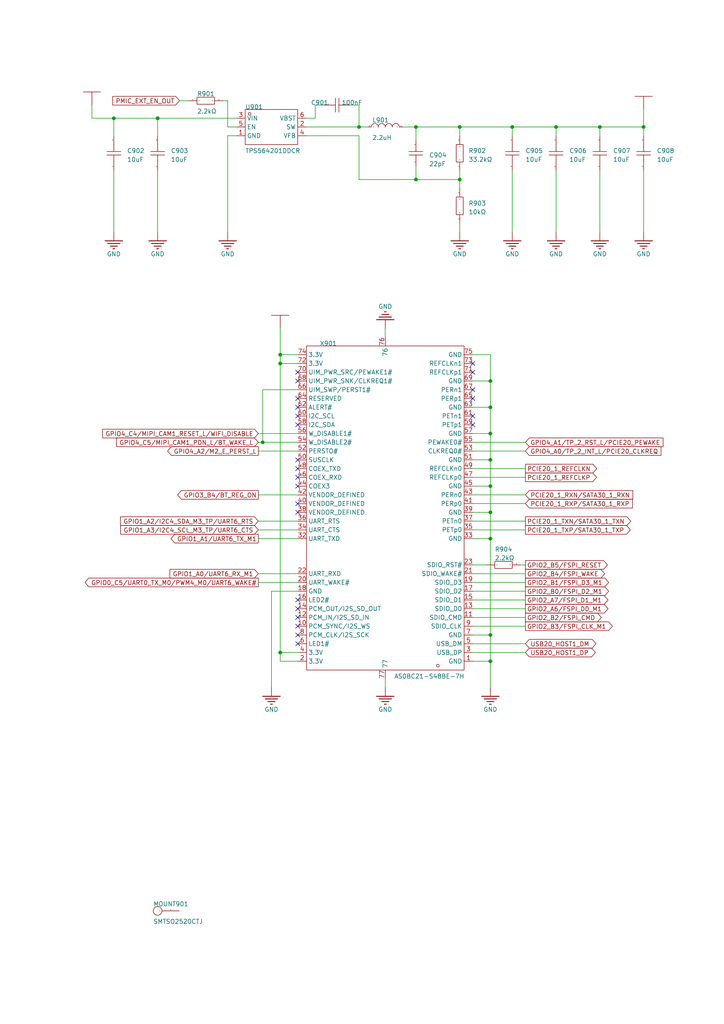
<source format=kicad_sch>
(kicad_sch (version 20250114) (generator "eeschema") (generator_version "9.0")
  (paper "A4" portrait)
  (lib_symbols
    (symbol "mainboard:0402B104K250NT"
      (property "Reference" "C" (at 0 0 0))
      (symbol "0402B104K250NT_1_0"
        (polyline (pts (xy -1.27 0) (xy -0.508 0)))
        (polyline (pts (xy -0.508 2.032) (xy -0.508 -2.032)))
        (polyline (pts (xy 0.508 2.032) (xy 0.508 -2.032)))
        (polyline (pts (xy 0.508 0) (xy 1.27 0)))
        (pin input line (at -3.81 0 0) (length 2.54) (name "1") (number "1"))
        (pin input line (at 3.81 0 180) (length 2.54) (name "2") (number "2"))
      )
    )
    (symbol "mainboard:0402CG220J500NT"
      (property "Reference" "C" (at 0 0 0))
      (symbol "0402CG220J500NT_1_0"
        (polyline (pts (xy -1.27 0) (xy -0.508 0)))
        (polyline (pts (xy -0.508 2.032) (xy -0.508 -2.032)))
        (polyline (pts (xy 0.508 2.032) (xy 0.508 -2.032)))
        (polyline (pts (xy 0.508 0) (xy 1.27 0)))
        (pin input line (at -3.81 0 0) (length 2.54) (name "1") (number "1"))
        (pin input line (at 3.81 0 180) (length 2.54) (name "2") (number "2"))
      )
    )
    (symbol "mainboard:0402WGF3322TCE"
      (property "Reference" "R" (at 0 0 0))
      (symbol "0402WGF3322TCE_1_0"
        (rectangle (start -2.54 -1.016) (end 2.54 1.016))
        (pin input line (at -5.08 0 0) (length 2.54) (name "1") (number "1"))
        (pin input line (at 5.08 0 180) (length 2.54) (name "2") (number "2"))
      )
    )
    (symbol "mainboard:AS0BC21-S48BE-7H"
      (symbol "AS0BC21-S48BE-7H_1_0"
        (rectangle (start -22.86 48.26) (end 22.86 -45.72))
        (circle (center 15.24 -44.45) (radius 0.381))
        (pin unspecified line (at -25.4 45.72 0) (length 2.54) (name "3.3V") (number "74"))
        (pin unspecified line (at -25.4 43.18 0) (length 2.54) (name "3.3V") (number "72"))
        (pin unspecified line (at -25.4 40.64 0) (length 2.54) (name "UIM_PWR_SRC/PEWAKE1#") (number "70"))
        (pin unspecified line (at -25.4 38.1 0) (length 2.54) (name "UIM_PWR_SNK/CLKREQ1#") (number "68"))
        (pin unspecified line (at -25.4 35.56 0) (length 2.54) (name "UIM_SWP/PERST1#") (number "66"))
        (pin unspecified line (at -25.4 33.02 0) (length 2.54) (name "RESERVED") (number "64"))
        (pin unspecified line (at -25.4 30.48 0) (length 2.54) (name "ALERT#") (number "62"))
        (pin unspecified line (at -25.4 27.94 0) (length 2.54) (name "I2C_SCL") (number "60"))
        (pin unspecified line (at -25.4 25.4 0) (length 2.54) (name "I2C_SDA") (number "58"))
        (pin unspecified line (at -25.4 22.86 0) (length 2.54) (name "W_DISABLE1#") (number "56"))
        (pin unspecified line (at -25.4 20.32 0) (length 2.54) (name "W_DISABLE2#") (number "54"))
        (pin unspecified line (at -25.4 17.78 0) (length 2.54) (name "PERSTO#") (number "52"))
        (pin unspecified line (at -25.4 15.2146 0) (length 2.54) (name "SUSCLK") (number "50"))
        (pin unspecified line (at -25.4 12.6746 0) (length 2.54) (name "COEX_TXD") (number "48"))
        (pin unspecified line (at -25.4 10.1346 0) (length 2.54) (name "COEX_RXD") (number "46"))
        (pin unspecified line (at -25.4 7.5946 0) (length 2.54) (name "COEX3") (number "44"))
        (pin unspecified line (at -25.4 5.0546 0) (length 2.54) (name "VENDOR_DEFINED") (number "42"))
        (pin unspecified line (at -25.4 2.5146 0) (length 2.54) (name "VENDOR_DEFINED") (number "40"))
        (pin unspecified line (at -25.4 0 0) (length 2.54) (name "VENDOR_DEFINED") (number "38"))
        (pin unspecified line (at -25.4 -2.54 0) (length 2.54) (name "UART_RTS") (number "36"))
        (pin unspecified line (at -25.4 -5.08 0) (length 2.54) (name "UART_CTS") (number "34"))
        (pin unspecified line (at -25.4 -7.62 0) (length 2.54) (name "UART_TXD") (number "32"))
        (pin unspecified line (at -25.4 -17.78 0) (length 2.54) (name "UART_RXD") (number "22"))
        (pin unspecified line (at -25.4 -20.32 0) (length 2.54) (name "UART_WAKE#") (number "20"))
        (pin unspecified line (at -25.4 -22.86 0) (length 2.54) (name "GND") (number "18"))
        (pin unspecified line (at -25.4 -25.4 0) (length 2.54) (name "LED2#") (number "16"))
        (pin unspecified line (at -25.4 -27.94 0) (length 2.54) (name "PCM_OUT/I2S_SD_OUT") (number "14"))
        (pin unspecified line (at -25.4 -30.48 0) (length 2.54) (name "PCM_IN/I2S_SD_IN") (number "12"))
        (pin unspecified line (at -25.4 -33.02 0) (length 2.54) (name "PCM_SYNC/I2S_WS") (number "10"))
        (pin unspecified line (at -25.4 -35.56 0) (length 2.54) (name "PCM_CLK/I2S_SCK") (number "8"))
        (pin unspecified line (at -25.3746 -38.1 0) (length 2.54) (name "LED1#") (number "6"))
        (pin unspecified line (at -25.3746 -40.64 0) (length 2.54) (name "3.3V") (number "4"))
        (pin unspecified line (at -25.3746 -43.18 0) (length 2.54) (name "3.3V") (number "2"))
        (pin unspecified line (at 0 50.8 270) (length 2.54) (name "76") (number "76"))
        (pin unspecified line (at 0 -48.26 90) (length 2.54) (name "77") (number "77"))
        (pin unspecified line (at 25.3746 45.72 180) (length 2.54) (name "GND") (number "75"))
        (pin unspecified line (at 25.3746 43.18 180) (length 2.54) (name "REFCLKn1") (number "73"))
        (pin unspecified line (at 25.3746 40.64 180) (length 2.54) (name "REFCLKp1") (number "71"))
        (pin unspecified line (at 25.3746 38.1 180) (length 2.54) (name "GND") (number "69"))
        (pin unspecified line (at 25.3746 35.56 180) (length 2.54) (name "PERn1") (number "67"))
        (pin unspecified line (at 25.3746 33.02 180) (length 2.54) (name "PERp1") (number "65"))
        (pin unspecified line (at 25.3746 30.48 180) (length 2.54) (name "GND") (number "63"))
        (pin unspecified line (at 25.3746 27.94 180) (length 2.54) (name "PETn1") (number "61"))
        (pin unspecified line (at 25.3746 25.4 180) (length 2.54) (name "PETp1") (number "59"))
        (pin unspecified line (at 25.3746 22.86 180) (length 2.54) (name "GND") (number "57"))
        (pin unspecified line (at 25.3746 20.32 180) (length 2.54) (name "PEWAKE0#") (number "55"))
        (pin unspecified line (at 25.3746 17.78 180) (length 2.54) (name "CLKREQ0#") (number "53"))
        (pin unspecified line (at 25.3746 15.24 180) (length 2.54) (name "GND") (number "51"))
        (pin unspecified line (at 25.3746 12.7 180) (length 2.54) (name "REFCLKn0") (number "49"))
        (pin unspecified line (at 25.3746 10.16 180) (length 2.54) (name "REFCLKp0") (number "47"))
        (pin unspecified line (at 25.3746 7.62 180) (length 2.54) (name "GND") (number "45"))
        (pin unspecified line (at 25.3746 5.08 180) (length 2.54) (name "PERn0") (number "43"))
        (pin unspecified line (at 25.3746 2.54 180) (length 2.54) (name "PERp0") (number "41"))
        (pin unspecified line (at 25.3746 0 180) (length 2.54) (name "GND") (number "39"))
        (pin unspecified line (at 25.3746 -2.5146 180) (length 2.54) (name "PETn0") (number "37"))
        (pin unspecified line (at 25.3746 -5.0546 180) (length 2.54) (name "PETp0") (number "35"))
        (pin unspecified line (at 25.3746 -7.5946 180) (length 2.54) (name "GND") (number "33"))
        (pin unspecified line (at 25.3746 -15.2146 180) (length 2.54) (name "SDIO_RST#") (number "23"))
        (pin unspecified line (at 25.3746 -17.78 180) (length 2.54) (name "SDIO_WAKE#") (number "21"))
        (pin unspecified line (at 25.3746 -20.32 180) (length 2.54) (name "SDIO_D3") (number "19"))
        (pin unspecified line (at 25.3746 -22.86 180) (length 2.54) (name "SDIO_D2") (number "17"))
        (pin unspecified line (at 25.3746 -25.4 180) (length 2.54) (name "SDIO_D1") (number "15"))
        (pin unspecified line (at 25.3746 -27.94 180) (length 2.54) (name "SDIO_D0") (number "13"))
        (pin unspecified line (at 25.3746 -30.48 180) (length 2.54) (name "SDIO_CMD") (number "11"))
        (pin unspecified line (at 25.3746 -33.02 180) (length 2.54) (name "SDIO_CLK") (number "9"))
        (pin unspecified line (at 25.3746 -35.56 180) (length 2.54) (name "GND") (number "7"))
        (pin unspecified line (at 25.4 -38.1 180) (length 2.54) (name "USB_DM") (number "5"))
        (pin unspecified line (at 25.4 -40.64 180) (length 2.54) (name "USB_DP") (number "3"))
        (pin unspecified line (at 25.4 -43.18 180) (length 2.54) (name "GND") (number "1"))
      )
    )
    (symbol "mainboard:CL10A106MA8NRNC"
      (property "Reference" "C" (at 0 0 0))
      (symbol "CL10A106MA8NRNC_1_0"
        (polyline (pts (xy -0.508 0) (xy -2.54 0)))
        (polyline (pts (xy -0.508 -2.032) (xy -0.508 2.032)))
        (polyline (pts (xy 0.508 2.032) (xy 0.508 -2.032)))
        (polyline (pts (xy 2.54 0) (xy 0.508 0)))
        (pin input line (at -5.08 0 0) (length 2.54) (name "1") (number "1"))
        (pin input line (at 5.08 0 180) (length 2.54) (name "2") (number "2"))
      )
    )
    (symbol "mainboard:FTC322512S2R2MBCD"
      (property "Reference" "L" (at 0 0 0))
      (symbol "FTC322512S2R2MBCD_1_0"
        (arc (start -4.064 0) (mid -3.0226 1.016) (end -2.032 0))
        (arc (start -2.032 0) (mid -0.9906 1.016) (end 0 0))
        (arc (start 0 0) (mid 1.016 1.016) (end 2.032 0))
        (arc (start 2.032 0) (mid 3.048 1.016) (end 4.064 0))
        (pin unspecified line (at -5.08 0 0) (length 1.016) (name "1") (number "1"))
        (pin unspecified line (at 5.08 0 180) (length 1.016) (name "2") (number "2"))
      )
    )
    (symbol "mainboard:Ground-GND" (power) (pin_numbers (hide yes)) (pin_names (hide yes))
      (property "Value" "GND" (at 0 -6.35 0))
      (symbol "Ground-GND_1_0"
        (polyline (pts (xy -2.54 -2.54) (xy 2.54 -2.54)) (stroke (width 0.254)))
        (polyline (pts (xy -1.778 -3.302) (xy 1.778 -3.302)) (stroke (width 0.254)))
        (polyline (pts (xy -1.016 -4.064) (xy 1.016 -4.064)) (stroke (width 0.254)))
        (polyline (pts (xy -0.254 -4.826) (xy 0.254 -4.826)) (stroke (width 0.254)))
        (pin power_in line (at 0 0 270) (length 2.54) (name "") (number "1"))
      )
    )
    (symbol "mainboard:Power-5V" (power) (pin_numbers (hide yes)) (pin_names (hide yes))
      (symbol "Power-5V_1_0"
        (polyline (pts (xy -2.54 3.81) (xy 2.54 3.81)))
        (polyline (pts (xy 0 3.81) (xy 0 1.27)))
        (pin power_in line (at 0 0 90) (length 1.27) (name "+3.3V_WIFI") (number "1"))
      )
    )
    (symbol "mainboard:RC0402FR-0710KL"
      (property "Reference" "R" (at 0 0 0))
      (symbol "RC0402FR-0710KL_1_0"
        (rectangle (start -2.54 -1.016) (end 2.54 1.016))
        (pin input line (at -5.08 0 0) (length 2.54) (name "1") (number "1"))
        (pin input line (at 5.08 0 180) (length 2.54) (name "2") (number "2"))
      )
    )
    (symbol "mainboard:RC0402FR-072K2L"
      (property "Reference" "R" (at 0 0 0))
      (symbol "RC0402FR-072K2L_1_0"
        (rectangle (start -2.54 -1.016) (end 2.54 1.016))
        (pin input line (at -5.08 0 0) (length 2.54) (name "1") (number "1"))
        (pin input line (at 5.08 0 180) (length 2.54) (name "2") (number "2"))
      )
    )
    (symbol "mainboard:SMTSO2520CTJ"
      (property "Reference" "U" (at 0 0 0))
      (symbol "SMTSO2520CTJ_1_0"
        (circle (center 0 0) (radius 1.27))
        (pin input line (at 6.35 0 180) (length 5.08) (name "1") (number "1"))
      )
    )
    (symbol "mainboard:TPS564201DDCR"
      (symbol "TPS564201DDCR_1_0"
        (rectangle (start -7.62 -5.08) (end 7.62 5.08))
        (circle (center -6.35 3.81) (radius 0.381))
        (pin unspecified line (at -10.16 2.54 0) (length 2.54) (name "VIN") (number "3"))
        (pin unspecified line (at -10.16 0 0) (length 2.54) (name "EN") (number "5"))
        (pin unspecified line (at -10.16 -2.54 0) (length 2.54) (name "GND") (number "1"))
        (pin unspecified line (at 10.16 2.54 180) (length 2.54) (name "VBST") (number "6"))
        (pin unspecified line (at 10.16 0 180) (length 2.54) (name "SW") (number "2"))
        (pin unspecified line (at 10.16 -2.54 180) (length 2.54) (name "VFB") (number "4"))
      )
    )
  )
  (junction (at 142.24 156.21))
  (junction (at 142.24 118.11))
  (junction (at 133.35 52.07))
  (junction (at 81.28 102.87))
  (junction (at 142.24 184.15))
  (junction (at 173.99 36.83))
  (junction (at 142.24 148.59))
  (junction (at 120.65 52.07))
  (junction (at 104.14 36.83))
  (junction (at 133.35 36.83))
  (junction (at 186.69 36.83))
  (junction (at 148.59 36.83))
  (junction (at 142.24 125.73))
  (junction (at 33.02 34.29))
  (junction (at 142.24 191.77))
  (junction (at 142.24 133.35))
  (junction (at 142.24 110.49))
  (junction (at 120.65 36.83))
  (junction (at 81.28 189.23))
  (junction (at 81.28 105.41))
  (junction (at 76.2 128.27))
  (junction (at 161.29 36.83))
  (junction (at 45.72 34.29))
  (junction (at 142.24 140.97))
  (no_connect (at 86.36 110.49))
  (no_connect (at 86.36 115.57))
  (no_connect (at 86.36 107.95))
  (no_connect (at 137.1346 120.65))
  (no_connect (at 86.36 176.53))
  (no_connect (at 86.36 140.9954))
  (no_connect (at 137.1346 115.57))
  (no_connect (at 86.36 146.0754))
  (no_connect (at 86.36 173.99))
  (no_connect (at 86.36 120.65))
  (no_connect (at 137.1346 113.03))
  (no_connect (at 86.36 138.4554))
  (no_connect (at 86.36 118.11))
  (no_connect (at 86.36 179.07))
  (no_connect (at 86.36 181.61))
  (no_connect (at 137.1346 107.95))
  (no_connect (at 86.36 148.59))
  (no_connect (at 86.36 135.9154))
  (no_connect (at 86.36 123.19))
  (no_connect (at 137.1346 105.41))
  (no_connect (at 86.36 184.15))
  (no_connect (at 86.3854 186.69))
  (no_connect (at 137.1346 123.19))
  (no_connect (at 86.36 133.3754))
  (wire (pts (xy 152.4 179.07) (xy 137.16 179.07)))
  (wire (pts (xy 148.59 36.83) (xy 133.35 36.83)))
  (wire (pts (xy 66.04 29.21) (xy 66.04 36.83)))
  (wire (pts (xy 152.4 173.99) (xy 137.16 173.99)))
  (wire (pts (xy 142.24 140.97) (xy 137.1346 140.97)))
  (wire (pts (xy 74.93 130.81) (xy 86.3346 130.81)))
  (wire (pts (xy 74.93 156.21) (xy 86.36 156.21)))
  (wire (pts (xy 111.76 196.85) (xy 111.76 199.39)))
  (wire (pts (xy 142.24 191.77) (xy 142.24 184.15)))
  (wire (pts (xy 152.4 176.53) (xy 137.16 176.53)))
  (wire (pts (xy 86.3346 128.27) (xy 76.2 128.27)))
  (wire (pts (xy 148.59 67.31) (xy 148.59 49.53)))
  (wire (pts (xy 81.28 189.23) (xy 81.28 191.77)))
  (wire (pts (xy 186.69 36.83) (xy 186.69 39.37)))
  (wire (pts (xy 142.24 125.73) (xy 142.24 118.11)))
  (wire (pts (xy 81.28 102.87) (xy 81.28 105.41)))
  (wire (pts (xy 74.93 151.13) (xy 86.36 151.13)))
  (wire (pts (xy 173.99 36.83) (xy 186.69 36.83)))
  (wire (pts (xy 86.3346 105.41) (xy 81.28 105.41)))
  (wire (pts (xy 74.93 153.67) (xy 86.36 153.67)))
  (wire (pts (xy 161.29 36.83) (xy 161.29 39.37)))
  (wire (pts (xy 74.93 125.73) (xy 86.36 125.73)))
  (wire (pts (xy 152.4 163.83) (xy 151.13 163.83)))
  (wire (pts (xy 76.2 128.27) (xy 76.2 113.03)))
  (wire (pts (xy 45.72 34.29) (xy 45.72 39.37)))
  (wire (pts (xy 74.93 168.91) (xy 86.36 168.91)))
  (wire (pts (xy 152.4 151.13) (xy 137.16 151.13)))
  (wire (pts (xy 148.59 36.83) (xy 148.59 39.37)))
  (wire (pts (xy 142.24 184.15) (xy 142.24 156.21)))
  (wire (pts (xy 133.35 36.83) (xy 133.35 39.37)))
  (wire (pts (xy 74.93 166.37) (xy 86.36 166.37)))
  (wire (pts (xy 33.02 34.29) (xy 26.67 34.29)))
  (wire (pts (xy 152.4 130.81) (xy 137.1346 130.81)))
  (wire (pts (xy 88.9 36.83) (xy 104.14 36.83)))
  (wire (pts (xy 152.4 171.45) (xy 137.16 171.45)))
  (wire (pts (xy 152.4 143.51) (xy 137.1346 143.51)))
  (wire (pts (xy 68.58 39.37) (xy 66.04 39.37)))
  (wire (pts (xy 120.65 52.07) (xy 104.14 52.07)))
  (wire (pts (xy 66.04 29.21) (xy 64.77 29.21)))
  (wire (pts (xy 152.4 166.37) (xy 137.16 166.37)))
  (wire (pts (xy 142.24 156.21) (xy 142.24 148.59)))
  (wire (pts (xy 74.93 143.51) (xy 86.3346 143.51)))
  (wire (pts (xy 91.44 34.29) (xy 88.9 34.29)))
  (wire (pts (xy 120.65 36.83) (xy 120.65 40.64)))
  (wire (pts (xy 152.4 186.69) (xy 137.16 186.69)))
  (wire (pts (xy 142.24 102.87) (xy 137.16 102.87)))
  (wire (pts (xy 33.02 34.29) (xy 33.02 39.37)))
  (wire (pts (xy 91.44 30.48) (xy 91.44 34.29)))
  (wire (pts (xy 142.24 148.59) (xy 142.24 140.97)))
  (wire (pts (xy 45.72 34.29) (xy 33.02 34.29)))
  (wire (pts (xy 133.35 52.07) (xy 133.35 49.53)))
  (wire (pts (xy 133.35 52.07) (xy 133.35 54.61)))
  (wire (pts (xy 45.72 67.31) (xy 45.72 49.53)))
  (wire (pts (xy 81.28 95.25) (xy 81.28 102.87)))
  (wire (pts (xy 161.29 67.31) (xy 161.29 49.53)))
  (wire (pts (xy 142.24 199.39) (xy 142.24 191.77)))
  (wire (pts (xy 161.29 36.83) (xy 148.59 36.83)))
  (wire (pts (xy 133.35 67.31) (xy 133.35 64.77)))
  (wire (pts (xy 152.4 135.89) (xy 137.1346 135.89)))
  (wire (pts (xy 142.24 140.97) (xy 142.24 133.35)))
  (wire (pts (xy 133.35 36.83) (xy 120.65 36.83)))
  (wire (pts (xy 86.3346 113.03) (xy 76.2 113.03)))
  (wire (pts (xy 33.02 67.31) (xy 33.02 49.53)))
  (wire (pts (xy 142.24 184.15) (xy 137.16 184.15)))
  (wire (pts (xy 142.24 133.35) (xy 137.1346 133.35)))
  (wire (pts (xy 152.4 189.23) (xy 137.16 189.23)))
  (wire (pts (xy 81.28 102.87) (xy 86.3346 102.87)))
  (wire (pts (xy 101.6 30.48) (xy 104.14 30.48)))
  (wire (pts (xy 86.36 189.23) (xy 81.28 189.23)))
  (wire (pts (xy 142.24 148.59) (xy 137.16 148.59)))
  (wire (pts (xy 142.24 118.11) (xy 137.1346 118.11)))
  (wire (pts (xy 81.28 105.41) (xy 81.28 189.23)))
  (wire (pts (xy 26.67 30.48) (xy 26.67 34.29)))
  (wire (pts (xy 52.07 29.21) (xy 54.61 29.21)))
  (wire (pts (xy 173.99 67.31) (xy 173.99 49.53)))
  (wire (pts (xy 142.24 133.35) (xy 142.24 125.73)))
  (wire (pts (xy 86.36 191.77) (xy 81.28 191.77)))
  (wire (pts (xy 74.93 128.27) (xy 76.2 128.27)))
  (wire (pts (xy 88.9 39.37) (xy 104.14 39.37)))
  (wire (pts (xy 120.65 52.07) (xy 133.35 52.07)))
  (wire (pts (xy 152.4 138.43) (xy 137.1346 138.43)))
  (wire (pts (xy 68.58 36.83) (xy 66.04 36.83)))
  (wire (pts (xy 186.69 67.31) (xy 186.69 49.53)))
  (wire (pts (xy 173.99 36.83) (xy 161.29 36.83)))
  (wire (pts (xy 104.14 36.83) (xy 106.68 36.83)))
  (wire (pts (xy 152.4 146.05) (xy 137.1346 146.05)))
  (wire (pts (xy 186.69 31.75) (xy 186.69 36.83)))
  (wire (pts (xy 137.16 163.83) (xy 140.97 163.83)))
  (wire (pts (xy 104.14 39.37) (xy 104.14 52.07)))
  (wire (pts (xy 142.24 156.21) (xy 137.16 156.21)))
  (wire (pts (xy 111.7346 95.25) (xy 111.7346 97.79)))
  (wire (pts (xy 45.72 34.29) (xy 68.58 34.29)))
  (wire (pts (xy 152.4 128.27) (xy 137.1346 128.27)))
  (wire (pts (xy 66.04 39.37) (xy 66.04 67.31)))
  (wire (pts (xy 104.14 30.48) (xy 104.14 36.83)))
  (wire (pts (xy 173.99 36.83) (xy 173.99 39.37)))
  (wire (pts (xy 120.65 36.83) (xy 116.84 36.83)))
  (wire (pts (xy 78.74 199.39) (xy 78.74 171.45)))
  (wire (pts (xy 78.74 171.45) (xy 86.36 171.45)))
  (wire (pts (xy 152.4 168.91) (xy 137.16 168.91)))
  (wire (pts (xy 152.4 181.61) (xy 137.16 181.61)))
  (wire (pts (xy 142.24 110.49) (xy 142.24 102.87)))
  (wire (pts (xy 152.4 153.67) (xy 137.16 153.67)))
  (wire (pts (xy 142.24 125.73) (xy 137.1346 125.73)))
  (wire (pts (xy 142.24 191.77) (xy 137.16 191.77)))
  (wire (pts (xy 142.24 110.49) (xy 137.1346 110.49)))
  (wire (pts (xy 142.24 118.11) (xy 142.24 110.49)))
  (wire (pts (xy 93.98 30.48) (xy 91.44 30.48)))
  (wire (pts (xy 120.65 52.07) (xy 120.65 48.26)))
  (global_label "GPIO1_A0/UART6_RX_M1" (shape input) (at 74.93 166.37 180) (property "Intersheetrefs" "${INTERSHEET_REFS}" (effects (hide yes))))
  (global_label "GPIO2_B2/FSPI_CMD" (shape output) (at 152.4 179.07 0) (property "Intersheetrefs" "${INTERSHEET_REFS}" (effects (hide yes))))
  (global_label "GPIO4_C5/MIPI_CAM1_PDN_L/BT_WAKE_L" (shape input) (at 74.93 128.27 180) (property "Intersheetrefs" "${INTERSHEET_REFS}" (effects (hide yes))))
  (global_label "GPIO4_C4/MIPI_CAM1_RESET_L/WIFI_DISABLE" (shape input) (at 74.93 125.73 180) (property "Intersheetrefs" "${INTERSHEET_REFS}" (effects (hide yes))))
  (global_label "PCIE20_1_TXN/SATA30_1_TXN" (shape output) (at 152.4 151.13 0) (property "Intersheetrefs" "${INTERSHEET_REFS}" (effects (hide yes))))
  (global_label "PCIE20_1_RXN/SATA30_1_RXN" (shape input) (at 152.4 143.51 0) (property "Intersheetrefs" "${INTERSHEET_REFS}" (effects (hide yes))))
  (global_label "PCIE20_1_RXP/SATA30_1_RXP" (shape input) (at 152.4 146.05 0) (property "Intersheetrefs" "${INTERSHEET_REFS}" (effects (hide yes))))
  (global_label "GPIO0_C5/UART0_TX_M0/PWM4_M0/UART6_WAKE#" (shape output) (at 74.93 168.91 180) (property "Intersheetrefs" "${INTERSHEET_REFS}" (effects (hide yes))))
  (global_label "GPIO4_A2/M2_E_PERST_L" (shape output) (at 74.93 130.81 180) (property "Intersheetrefs" "${INTERSHEET_REFS}" (effects (hide yes))))
  (global_label "GPIO2_B0/FSPI_D2_M1" (shape output) (at 152.4 171.45 0) (property "Intersheetrefs" "${INTERSHEET_REFS}" (effects (hide yes))))
  (global_label "PCIE20_1_REFCLKP" (shape output) (at 152.4 138.43 0) (property "Intersheetrefs" "${INTERSHEET_REFS}" (effects (hide yes))))
  (global_label "PMIC_EXT_EN_OUT" (shape input) (at 52.07 29.21 180) (property "Intersheetrefs" "${INTERSHEET_REFS}" (effects (hide yes))))
  (global_label "GPIO2_B4/FSPI_WAKE" (shape output) (at 152.4 166.37 0) (property "Intersheetrefs" "${INTERSHEET_REFS}" (effects (hide yes))))
  (global_label "PCIE20_1_REFCLKN" (shape output) (at 152.4 135.89 0) (property "Intersheetrefs" "${INTERSHEET_REFS}" (effects (hide yes))))
  (global_label "USB20_HOST1_DP" (shape bidirectional) (at 152.4 189.23 0) (property "Intersheetrefs" "${INTERSHEET_REFS}" (effects (hide yes))))
  (global_label "GPIO2_B5/FSPI_RESET" (shape output) (at 152.4 163.83 0) (property "Intersheetrefs" "${INTERSHEET_REFS}" (effects (hide yes))))
  (global_label "GPIO1_A2/I2C4_SDA_M3_TP/UART6_RTS" (shape input) (at 74.93 151.13 180) (property "Intersheetrefs" "${INTERSHEET_REFS}" (effects (hide yes))))
  (global_label "GPIO2_A7/FSPI_D1_M1" (shape output) (at 152.4 173.99 0) (property "Intersheetrefs" "${INTERSHEET_REFS}" (effects (hide yes))))
  (global_label "PCIE20_1_TXP/SATA30_1_TXP" (shape output) (at 152.4 153.67 0) (property "Intersheetrefs" "${INTERSHEET_REFS}" (effects (hide yes))))
  (global_label "GPIO3_B4/BT_REG_ON" (shape output) (at 74.93 143.51 180) (property "Intersheetrefs" "${INTERSHEET_REFS}" (effects (hide yes))))
  (global_label "USB20_HOST1_DM" (shape bidirectional) (at 152.4 186.69 0) (property "Intersheetrefs" "${INTERSHEET_REFS}" (effects (hide yes))))
  (global_label "GPIO4_A1/TP_2_RST_L/PCIE20_PEWAKE" (shape input) (at 152.4 128.27 0) (property "Intersheetrefs" "${INTERSHEET_REFS}" (effects (hide yes))))
  (global_label "GPIO1_A1/UART6_TX_M1" (shape output) (at 74.93 156.21 180) (property "Intersheetrefs" "${INTERSHEET_REFS}" (effects (hide yes))))
  (global_label "GPIO4_A0/TP_2_INT_L/PCIE20_CLKREQ" (shape input) (at 152.4 130.81 0) (property "Intersheetrefs" "${INTERSHEET_REFS}" (effects (hide yes))))
  (global_label "GPIO2_B3/FSPI_CLK_M1" (shape output) (at 152.4 181.61 0) (property "Intersheetrefs" "${INTERSHEET_REFS}" (effects (hide yes))))
  (global_label "GPIO2_B1/FSPI_D3_M1" (shape output) (at 152.4 168.91 0) (property "Intersheetrefs" "${INTERSHEET_REFS}" (effects (hide yes))))
  (global_label "GPIO1_A3/I2C4_SCL_M3_TP/UART6_CTS" (shape input) (at 74.93 153.67 180) (property "Intersheetrefs" "${INTERSHEET_REFS}" (effects (hide yes))))
  (global_label "GPIO2_A6/FSPI_D0_M1" (shape output) (at 152.4 176.53 0) (property "Intersheetrefs" "${INTERSHEET_REFS}" (effects (hide yes))))
  (symbol (lib_id "mainboard:CL10A106MA8NRNC") (at 148.59 44.45 90) (unit 1)
    (property "Reference" "C905" (at 152.4 44.45 90) (effects (justify right top)))
    (property "Value" "10uF" (at 152.4 46.99 90) (effects (justify right top)))
    (property "Footprint" "mainboard:C0603" (effects (hide yes)))
    (property "Datasheet" "https://atta.szlcsc.com/upload/public/pdf/source/20160218/1457707763339.pdf" (effects (hide yes)))
    (property "Description" "Capacitance: Tolerance:±20% Tolerance:±20% Voltage Rated: Temperature Coefficient:" (effects (hide yes)))
    (property "Manufacturer Part" "CL10A106MA8NRNC" (effects (hide yes)))
    (property "Manufacturer" "SAMSUNG(三星)" (effects (hide yes)))
    (property "Supplier Part" "C96446" (effects (hide yes)))
    (property "Supplier" "LCSC" (effects (hide yes)))
    (property "LCSC Part Name" "10uF ±20% 25V" (effects (hide yes)))
  )
  (symbol (lib_id "mainboard:CL10A106MA8NRNC") (at 186.69 44.45 90) (unit 1)
    (property "Reference" "C908" (at 190.5 44.45 90) (effects (justify right top)))
    (property "Value" "10uF" (at 190.5 46.99 90) (effects (justify right top)))
    (property "Footprint" "mainboard:C0603" (effects (hide yes)))
    (property "Datasheet" "https://atta.szlcsc.com/upload/public/pdf/source/20160218/1457707763339.pdf" (effects (hide yes)))
    (property "Description" "Capacitance: Tolerance:±20% Tolerance:±20% Voltage Rated: Temperature Coefficient:" (effects (hide yes)))
    (property "Manufacturer Part" "CL10A106MA8NRNC" (effects (hide yes)))
    (property "Manufacturer" "SAMSUNG(三星)" (effects (hide yes)))
    (property "Supplier Part" "C96446" (effects (hide yes)))
    (property "Supplier" "LCSC" (effects (hide yes)))
    (property "LCSC Part Name" "10uF ±20% 25V" (effects (hide yes)))
  )
  (symbol (lib_id "mainboard:Ground-GND") (at 111.76 199.39 0) (unit 1)
    (property "Reference" "#PWR0914" (effects (hide yes)))
    (property "Value" "GND" (at 111.76 205.74 0))
    (property "Footprint" "mainboard:" (effects (hide yes)))
  )
  (symbol (lib_id "mainboard:TPS564201DDCR") (at 78.74 36.83 0) (unit 1)
    (property "Reference" "U901" (at 71.12 31.75 0) (effects (justify left bottom)))
    (property "Value" "TPS564201DDCR" (at 71.12 44.45 0) (effects (justify left bottom)))
    (property "Footprint" "mainboard:SOT-23-6_L2.9-W1.6-P0.95-LS2.8-BL" (effects (hide yes)))
    (property "Datasheet" "https://www.ti.com/cn/lit/gpn/tps564201" (effects (hide yes)))
    (property "Description" "Function:Step-down type Output Type:Adjustable Input Voltage:4.5V~17V Input Voltage:4.5V~17V Output Voltage:760mV~7V Output Voltage:760mV~7V Output Current:4A Switching Frequency:560kHz Switching Frequency:560kHz Operating Temperature:-40°C~+125°C Operating" (effects (hide yes)))
    (property "Manufacturer Part" "TPS564201DDCR" (effects (hide yes)))
    (property "Manufacturer" "TI(德州仪器)" (effects (hide yes)))
    (property "Supplier Part" "C464812" (effects (hide yes)))
    (property "Supplier" "LCSC" (effects (hide yes)))
    (property "LCSC Part Name" "4.5V至17V输入，4A同步降压电压调节器" (effects (hide yes)))
  )
  (symbol (lib_id "mainboard:RC0402FR-072K2L") (at 146.05 163.83 0) (unit 1)
    (property "Reference" "R904" (at 143.51 160.02 0) (effects (justify left bottom)))
    (property "Value" "2.2kΩ" (at 143.51 162.56 0) (effects (justify left bottom)))
    (property "Footprint" "mainboard:R0402" (effects (hide yes)))
    (property "Datasheet" "https://atta.szlcsc.com/upload/public/pdf/source/20180821/C275644_0D56F95EFF785E7D9A1FEF436B37DA78.pdf" (effects (hide yes)))
    (property "Description" "Type:Thick Film Resistors Resistance: Tolerance:±1% Tolerance:±1% Power(Watts): Overload Voltage (Max): Temperature Coefficient:±100ppm/°C Temperature Coefficient:±100ppm/°C Operating Temperature Range:-55°C~+155°C Operating Temperature Range:-55°C~+155°C" (effects (hide yes)))
    (property "Manufacturer Part" "RC0402FR-072K2L" (effects (hide yes)))
    (property "Manufacturer" "YAGEO(国巨)" (effects (hide yes)))
    (property "Supplier Part" "C114762" (effects (hide yes)))
    (property "Supplier" "LCSC" (effects (hide yes)))
    (property "LCSC Part Name" "厚膜电阻 2.2kΩ ±1% 62.5mW" (effects (hide yes)))
  )
  (symbol (lib_id "mainboard:RC0402FR-072K2L") (at 59.69 29.21 0) (unit 1)
    (property "Reference" "R901" (at 57.15 27.94 0) (effects (justify left bottom)))
    (property "Value" "2.2kΩ" (at 57.15 33.02 0) (effects (justify left bottom)))
    (property "Footprint" "mainboard:R0402" (effects (hide yes)))
    (property "Datasheet" "https://atta.szlcsc.com/upload/public/pdf/source/20180821/C275644_0D56F95EFF785E7D9A1FEF436B37DA78.pdf" (effects (hide yes)))
    (property "Description" "Type:Thick Film Resistors Resistance: Tolerance:±1% Tolerance:±1% Power(Watts): Overload Voltage (Max): Temperature Coefficient:±100ppm/°C Temperature Coefficient:±100ppm/°C Operating Temperature Range:-55°C~+155°C Operating Temperature Range:-55°C~+155°C" (effects (hide yes)))
    (property "Manufacturer Part" "RC0402FR-072K2L" (effects (hide yes)))
    (property "Manufacturer" "YAGEO(国巨)" (effects (hide yes)))
    (property "Supplier Part" "C114762" (effects (hide yes)))
    (property "Supplier" "LCSC" (effects (hide yes)))
    (property "LCSC Part Name" "厚膜电阻 2.2kΩ ±1% 62.5mW" (effects (hide yes)))
  )
  (symbol (lib_id "mainboard:RC0402FR-0710KL") (at 133.35 59.69 90) (unit 1)
    (property "Reference" "R903" (at 135.89 59.69 90) (effects (justify right top)))
    (property "Value" "10kΩ" (at 135.89 62.23 90) (effects (justify right top)))
    (property "Footprint" "mainboard:R0402" (effects (hide yes)))
    (property "Datasheet" "https://atta.szlcsc.com/upload/public/pdf/source/20170925/C131467_1506321478108990263.pdf" (effects (hide yes)))
    (property "Description" "Type:Thick Film Resistors Resistance: Tolerance:±1% Tolerance:±1% Power(Watts): Overload Voltage (Max): Temperature Coefficient:±100ppm/°C Temperature Coefficient:±100ppm/°C Operating Temperature Range:-55°C~+155°C Operating Temperature Range:-55°C~+155°C" (effects (hide yes)))
    (property "Manufacturer Part" "RC0402FR-0710KL" (effects (hide yes)))
    (property "Manufacturer" "YAGEO(国巨)" (effects (hide yes)))
    (property "Supplier Part" "C60490" (effects (hide yes)))
    (property "Supplier" "LCSC" (effects (hide yes)))
    (property "LCSC Part Name" "厚膜电阻 10kΩ ±1% 62.5mW" (effects (hide yes)))
  )
  (symbol (lib_id "mainboard:Ground-GND") (at 161.29 67.31 0) (unit 1)
    (property "Reference" "#PWR0908" (effects (hide yes)))
    (property "Value" "GND" (at 161.29 73.66 0))
    (property "Footprint" "mainboard:" (effects (hide yes)))
  )
  (symbol (lib_id "mainboard:0402CG220J500NT") (at 120.65 44.45 90) (unit 1)
    (property "Reference" "C904" (at 124.46 45.72 90) (effects (justify right top)))
    (property "Value" "22pF" (at 124.46 48.26 90) (effects (justify right top)))
    (property "Footprint" "mainboard:C0402" (effects (hide yes)))
    (property "Datasheet" "https://atta.szlcsc.com/upload/public/pdf/source/20200305/C486355_26A10D38EF8C2A5C37091D0039909270.pdf" (effects (hide yes)))
    (property "Description" "Capacitance: Tolerance:±5% Tolerance:±5% Voltage Rated: Temperature Coefficient:" (effects (hide yes)))
    (property "Manufacturer Part" "0402CG220J500NT" (effects (hide yes)))
    (property "Manufacturer" "FH(风华)" (effects (hide yes)))
    (property "Supplier Part" "C1555" (effects (hide yes)))
    (property "Supplier" "LCSC" (effects (hide yes)))
    (property "LCSC Part Name" "22pF ±5% 50V" (effects (hide yes)))
  )
  (symbol (lib_id "mainboard:0402B104K250NT") (at 97.79 30.48 0) (unit 1)
    (property "Reference" "C901" (at 90.17 30.48 0) (effects (justify left bottom)))
    (property "Value" "100nF" (at 99.06 30.48 0) (effects (justify left bottom)))
    (property "Footprint" "mainboard:C0402" (effects (hide yes)))
    (property "Datasheet" "https://atta.szlcsc.com/upload/public/pdf/source/20200305/C486355_26A10D38EF8C2A5C37091D0039909270.pdf" (effects (hide yes)))
    (property "Description" "Capacitance:100nF Tolerance:±10% Tolerance:±10% Voltage Rated: Temperature Coefficient:" (effects (hide yes)))
    (property "Manufacturer Part" "0402B104K250NT" (effects (hide yes)))
    (property "Manufacturer" "FH(风华)" (effects (hide yes)))
    (property "Supplier Part" "C56392" (effects (hide yes)))
    (property "Supplier" "LCSC" (effects (hide yes)))
    (property "LCSC Part Name" "100nF ±10% 25V" (effects (hide yes)))
  )
  (symbol (lib_id "mainboard:Power-5V") (at 81.28 95.25 0) (unit 1)
    (property "Reference" "#PWR0911" (effects (hide yes)))
    (property "Value" "+3.3V_WIFI" (effects (hide yes)))
    (property "Footprint" "mainboard:" (effects (hide yes)))
    (property "Description" "Power-5V" (effects (hide yes)))
  )
  (symbol (lib_id "mainboard:CL10A106MA8NRNC") (at 45.72 44.45 90) (unit 1)
    (property "Reference" "C903" (at 49.53 44.45 90) (effects (justify right top)))
    (property "Value" "10uF" (at 49.53 46.99 90) (effects (justify right top)))
    (property "Footprint" "mainboard:C0603" (effects (hide yes)))
    (property "Datasheet" "https://atta.szlcsc.com/upload/public/pdf/source/20160218/1457707763339.pdf" (effects (hide yes)))
    (property "Description" "Capacitance: Tolerance:±20% Tolerance:±20% Voltage Rated: Temperature Coefficient:" (effects (hide yes)))
    (property "Manufacturer Part" "CL10A106MA8NRNC" (effects (hide yes)))
    (property "Manufacturer" "SAMSUNG(三星)" (effects (hide yes)))
    (property "Supplier Part" "C96446" (effects (hide yes)))
    (property "Supplier" "LCSC" (effects (hide yes)))
    (property "LCSC Part Name" "10uF ±20% 25V" (effects (hide yes)))
  )
  (symbol (lib_id "mainboard:CL10A106MA8NRNC") (at 33.02 44.45 90) (unit 1)
    (property "Reference" "C902" (at 36.83 44.45 90) (effects (justify right top)))
    (property "Value" "10uF" (at 36.83 46.99 90) (effects (justify right top)))
    (property "Footprint" "mainboard:C0603" (effects (hide yes)))
    (property "Datasheet" "https://atta.szlcsc.com/upload/public/pdf/source/20160218/1457707763339.pdf" (effects (hide yes)))
    (property "Description" "Capacitance: Tolerance:±20% Tolerance:±20% Voltage Rated: Temperature Coefficient:" (effects (hide yes)))
    (property "Manufacturer Part" "CL10A106MA8NRNC" (effects (hide yes)))
    (property "Manufacturer" "SAMSUNG(三星)" (effects (hide yes)))
    (property "Supplier Part" "C96446" (effects (hide yes)))
    (property "Supplier" "LCSC" (effects (hide yes)))
    (property "LCSC Part Name" "10uF ±20% 25V" (effects (hide yes)))
  )
  (symbol (lib_id "mainboard:AS0BC21-S48BE-7H") (at 111.76 148.59 0) (unit 1)
    (property "Reference" "X901" (at 92.71 100.33 0) (effects (justify left bottom)))
    (property "Value" "AS0BC21-S48BE-7H" (at 114.3 196.85 0) (effects (justify left bottom)))
    (property "Footprint" "mainboard:CONN-SMD_AS0BC21-S48BE-7H" (effects (hide yes)))
    (property "Datasheet" "https://atta.szlcsc.com/upload/public/pdf/source/20210401/C2761457_01DCCE5A607924AFB2092EC3235A2DFB.pdf" (effects (hide yes)))
    (property "Manufacturer Part" "AS0BC21-S48BE-7H" (effects (hide yes)))
    (property "Manufacturer" "FOXCONN(富士康)" (effects (hide yes)))
    (property "Supplier Part" "C2761457" (effects (hide yes)))
    (property "Supplier" "LCSC" (effects (hide yes)))
    (property "LCSC Part Name" "AS0BC21-S48BE-7H" (effects (hide yes)))
  )
  (symbol (lib_id "mainboard:Ground-GND") (at 66.04 67.31 0) (unit 1)
    (property "Reference" "#PWR0905" (effects (hide yes)))
    (property "Value" "GND" (at 66.04 73.66 0))
    (property "Footprint" "mainboard:" (effects (hide yes)))
  )
  (symbol (lib_id "mainboard:Ground-GND") (at 148.59 67.31 0) (unit 1)
    (property "Reference" "#PWR0907" (effects (hide yes)))
    (property "Value" "GND" (at 148.59 73.66 0))
    (property "Footprint" "mainboard:" (effects (hide yes)))
  )
  (symbol (lib_id "mainboard:Ground-GND") (at 78.74 199.39 0) (unit 1)
    (property "Reference" "#PWR0913" (effects (hide yes)))
    (property "Value" "GND" (at 78.74 205.74 0))
    (property "Footprint" "mainboard:" (effects (hide yes)))
  )
  (symbol (lib_id "mainboard:Ground-GND") (at 186.69 67.31 0) (unit 1)
    (property "Reference" "#PWR0910" (effects (hide yes)))
    (property "Value" "GND" (at 186.69 73.66 0))
    (property "Footprint" "mainboard:" (effects (hide yes)))
  )
  (symbol (lib_id "mainboard:Ground-GND") (at 33.02 67.31 0) (unit 1)
    (property "Reference" "#PWR0903" (effects (hide yes)))
    (property "Value" "GND" (at 33.02 73.66 0))
    (property "Footprint" "mainboard:" (effects (hide yes)))
  )
  (symbol (lib_id "mainboard:0402WGF3322TCE") (at 133.35 44.45 90) (unit 1)
    (property "Reference" "R902" (at 135.89 44.45 90) (effects (justify right top)))
    (property "Value" "33.2kΩ" (at 135.89 46.99 90) (effects (justify right top)))
    (property "Footprint" "mainboard:R0402" (effects (hide yes)))
    (property "Datasheet" "https://atta.szlcsc.com/upload/public/pdf/source/20200306/C422600_1E6D84923E4A46A82E41ADD87F860B5C.pdf" (effects (hide yes)))
    (property "Description" "Type:Thick Film Resistors Resistance:33.2kΩ Tolerance:±1% Tolerance:±1% Power(Watts): Overload Voltage (Max): Temperature Coefficient:±100ppm/°C Temperature Coefficient:±100ppm/°C Operating Temperature Range:-55°C~+155°C Operating Temperature Range:-55°C~+155°C" (effects (hide yes)))
    (property "Manufacturer Part" "0402WGF3322TCE" (effects (hide yes)))
    (property "Manufacturer" "UNI-ROYAL(厚声)" (effects (hide yes)))
    (property "Supplier Part" "C122548" (effects (hide yes)))
    (property "Supplier" "LCSC" (effects (hide yes)))
    (property "LCSC Part Name" "33.2kΩ ±1% 62.5mW 厚膜电阻" (effects (hide yes)))
  )
  (symbol (lib_id "mainboard:Ground-GND") (at 173.99 67.31 0) (unit 1)
    (property "Reference" "#PWR0909" (effects (hide yes)))
    (property "Value" "GND" (at 173.99 73.66 0))
    (property "Footprint" "mainboard:" (effects (hide yes)))
  )
  (symbol (lib_id "mainboard:Power-5V") (at 26.67 30.48 0) (unit 1)
    (property "Reference" "#PWR0901" (effects (hide yes)))
    (property "Value" "+12V" (effects (hide yes)))
    (property "Footprint" "mainboard:" (effects (hide yes)))
    (property "Description" "Power-5V" (effects (hide yes)))
  )
  (symbol (lib_id "mainboard:CL10A106MA8NRNC") (at 173.99 44.45 90) (unit 1)
    (property "Reference" "C907" (at 177.8 44.45 90) (effects (justify right top)))
    (property "Value" "10uF" (at 177.8 46.99 90) (effects (justify right top)))
    (property "Footprint" "mainboard:C0603" (effects (hide yes)))
    (property "Datasheet" "https://atta.szlcsc.com/upload/public/pdf/source/20160218/1457707763339.pdf" (effects (hide yes)))
    (property "Description" "Capacitance: Tolerance:±20% Tolerance:±20% Voltage Rated: Temperature Coefficient:" (effects (hide yes)))
    (property "Manufacturer Part" "CL10A106MA8NRNC" (effects (hide yes)))
    (property "Manufacturer" "SAMSUNG(三星)" (effects (hide yes)))
    (property "Supplier Part" "C96446" (effects (hide yes)))
    (property "Supplier" "LCSC" (effects (hide yes)))
    (property "LCSC Part Name" "10uF ±20% 25V" (effects (hide yes)))
  )
  (symbol (lib_id "mainboard:Ground-GND") (at 133.35 67.31 0) (unit 1)
    (property "Reference" "#PWR0906" (effects (hide yes)))
    (property "Value" "GND" (at 133.35 73.66 0))
    (property "Footprint" "mainboard:" (effects (hide yes)))
  )
  (symbol (lib_id "mainboard:Ground-GND") (at 142.24 199.39 0) (unit 1)
    (property "Reference" "#PWR0915" (effects (hide yes)))
    (property "Value" "GND" (at 142.24 205.74 0))
    (property "Footprint" "mainboard:" (effects (hide yes)))
  )
  (symbol (lib_id "mainboard:Ground-GND") (at 111.76 95.25 180) (unit 1)
    (property "Reference" "#PWR0912" (effects (hide yes)))
    (property "Value" "GND" (at 111.76 88.9 0))
    (property "Footprint" "mainboard:" (effects (hide yes)))
  )
  (symbol (lib_id "mainboard:Ground-GND") (at 45.72 67.31 0) (unit 1)
    (property "Reference" "#PWR0904" (effects (hide yes)))
    (property "Value" "GND" (at 45.72 73.66 0))
    (property "Footprint" "mainboard:" (effects (hide yes)))
  )
  (symbol (lib_id "mainboard:CL10A106MA8NRNC") (at 161.29 44.45 90) (unit 1)
    (property "Reference" "C906" (at 165.1 44.45 90) (effects (justify right top)))
    (property "Value" "10uF" (at 165.1 46.99 90) (effects (justify right top)))
    (property "Footprint" "mainboard:C0603" (effects (hide yes)))
    (property "Datasheet" "https://atta.szlcsc.com/upload/public/pdf/source/20160218/1457707763339.pdf" (effects (hide yes)))
    (property "Description" "Capacitance: Tolerance:±20% Tolerance:±20% Voltage Rated: Temperature Coefficient:" (effects (hide yes)))
    (property "Manufacturer Part" "CL10A106MA8NRNC" (effects (hide yes)))
    (property "Manufacturer" "SAMSUNG(三星)" (effects (hide yes)))
    (property "Supplier Part" "C96446" (effects (hide yes)))
    (property "Supplier" "LCSC" (effects (hide yes)))
    (property "LCSC Part Name" "10uF ±20% 25V" (effects (hide yes)))
  )
  (symbol (lib_id "mainboard:SMTSO2520CTJ") (at 45.72 264.16 0) (unit 1)
    (property "Reference" "MOUNT901" (at 44.45 262.89 0) (effects (justify left bottom)))
    (property "Value" "SMTSO2520CTJ" (at 44.45 267.97 0) (effects (justify left bottom)))
    (property "Footprint" "mainboard:SMD_BD5.6-L5.6-W5.6-D4.1" (effects (hide yes)))
    (property "Datasheet" "https://atta.szlcsc.com/upload/public/pdf/source/20211122/17CF5E24EB4D4DC090A80DE3D7DE5E21.pdf" (effects (hide yes)))
    (property "Description" "specifications:M2.5X2 surface treatment:镀锡 Product Description:- material quality:- model:SMTSO2520CTJ brand:Sinhoo(雄和远景)" (effects (hide yes)))
    (property "Manufacturer Part" "SMTSO2520CTJ" (effects (hide yes)))
    (property "Manufacturer" "Sinhoo(雄和远景)" (effects (hide yes)))
    (property "Supplier Part" "C2915630" (effects (hide yes)))
    (property "Supplier" "LCSC" (effects (hide yes)))
    (property "LCSC Part Name" "雄和远景，电路板表贴圆螺母柱，M2.5X2，铜镀锡,1个" (effects (hide yes)))
  )
  (symbol (lib_id "mainboard:Power-5V") (at 186.69 31.75 0) (unit 1)
    (property "Reference" "#PWR0902" (effects (hide yes)))
    (property "Value" "+3.3V_WIFI" (effects (hide yes)))
    (property "Footprint" "mainboard:" (effects (hide yes)))
    (property "Description" "Power-5V" (effects (hide yes)))
  )
  (symbol (lib_id "mainboard:FTC322512S2R2MBCD") (at 111.76 36.83 0) (unit 1)
    (property "Reference" "L901" (at 107.95 35.56 0) (effects (justify left bottom)))
    (property "Value" "2.2uH" (at 107.95 40.64 0) (effects (justify left bottom)))
    (property "Footprint" "mainboard:IND-SMD_L3.2-W2.5-LQH32CN1R0M53L" (effects (hide yes)))
    (property "Datasheet" "https://atta.szlcsc.com/upload/public/pdf/source/20240521/301CE7579003F51A221BB92B219EDA58.pdf" (effects (hide yes)))
    (property "Description" "Inductance: Tolerance:±20% Tolerance:±20% Rated Current: Saturation Current (Isat):5A DC Resistance (DCR): Type:一体成型电感" (effects (hide yes)))
    (property "Manufacturer Part" "FTC322512S2R2MBCD" (effects (hide yes)))
    (property "Manufacturer" "cjiang(长江微电)" (effects (hide yes)))
    (property "Supplier Part" "C22400409" (effects (hide yes)))
    (property "Supplier" "LCSC" (effects (hide yes)))
    (property "LCSC Part Name" "2.2uH ±20% 5A" (effects (hide yes)))
  )
)
</source>
